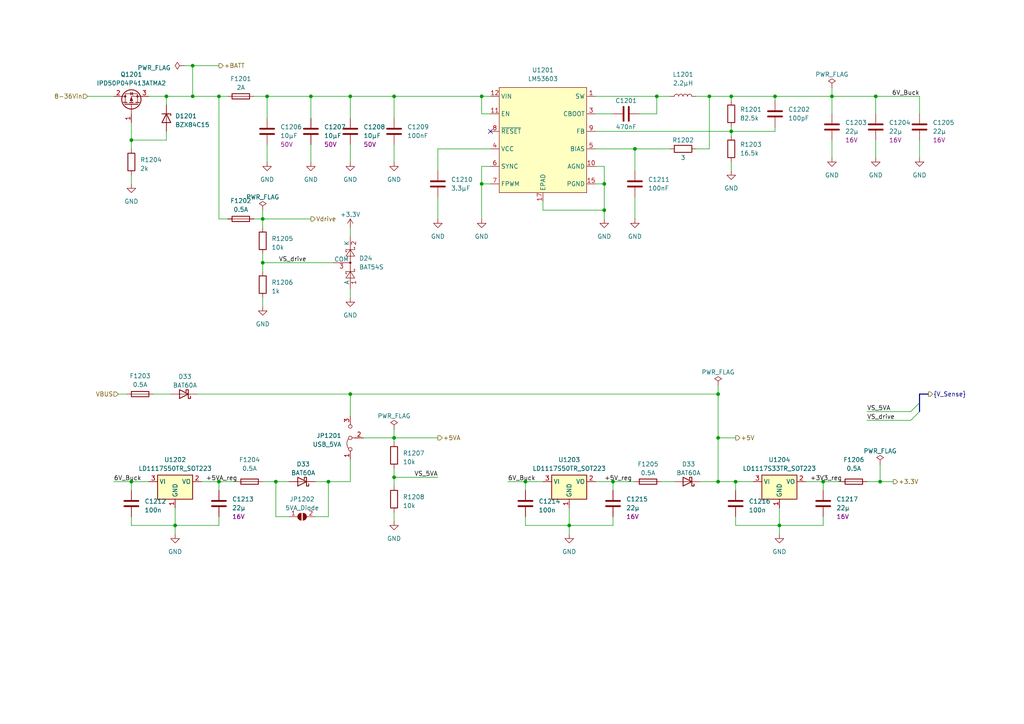
<source format=kicad_sch>
(kicad_sch (version 20230121) (generator eeschema)
  (paper "A4")
  (lib_symbols
    (symbol "Device:C" (pin_numbers hide) (pin_names (offset 0.254))
      (property "Reference" "C" (at 0.635 2.54 0))
      (property "Value" "C" (at 0.635 -2.54 0))
      (symbol "C_0_1"
        (polyline (pts (xy -2.032 -0.762) (xy 2.032 -0.762)) (stroke (width 0.508)))
        (polyline (pts (xy -2.032 0.762) (xy 2.032 0.762)) (stroke (width 0.508)))
      )
      (symbol "C_1_1"
        (pin passive line (at 0 3.81 270) (length 2.794) (name "~") (number "1"))
        (pin passive line (at 0 -3.81 90) (length 2.794) (name "~") (number "2"))
      )
    )
    (symbol "Device:Fuse" (pin_numbers hide) (pin_names (offset 0))
      (property "Reference" "F" (at 2.032 0 90))
      (property "Value" "Fuse" (at -1.905 0 90))
      (symbol "Fuse_0_1"
        (rectangle (start -0.762 -2.54) (end 0.762 2.54) (stroke (width 0.254)))
        (polyline (pts (xy 0 2.54) (xy 0 -2.54)))
      )
      (symbol "Fuse_1_1"
        (pin passive line (at 0 3.81 270) (length 1.27) (name "~") (number "1"))
        (pin passive line (at 0 -3.81 90) (length 1.27) (name "~") (number "2"))
      )
    )
    (symbol "Device:L" (pin_numbers hide) (pin_names (offset 1.016) hide)
      (property "Reference" "L" (at -1.27 0 90))
      (property "Value" "L" (at 1.905 0 90))
      (symbol "L_0_1"
        (arc (start 0 -2.54) (mid 0.6323 -1.905) (end 0 -1.27))
        (arc (start 0 -1.27) (mid 0.6323 -0.635) (end 0 0))
        (arc (start 0 0) (mid 0.6323 0.635) (end 0 1.27))
        (arc (start 0 1.27) (mid 0.6323 1.905) (end 0 2.54))
      )
      (symbol "L_1_1"
        (pin passive line (at 0 3.81 270) (length 1.27) (name "1") (number "1"))
        (pin passive line (at 0 -3.81 90) (length 1.27) (name "2") (number "2"))
      )
    )
    (symbol "Device:Q_PMOS_GDS" (pin_names (offset 0) hide)
      (property "Reference" "Q" (at 5.08 1.27 0))
      (property "Value" "Q_PMOS_GDS" (at 5.08 -1.27 0))
      (symbol "Q_PMOS_GDS_0_1"
        (polyline (pts (xy 0.254 0) (xy -2.54 0)))
        (polyline (pts (xy 0.254 1.905) (xy 0.254 -1.905)) (stroke (width 0.254)))
        (polyline (pts (xy 0.762 -1.27) (xy 0.762 -2.286)) (stroke (width 0.254)))
        (polyline (pts (xy 0.762 0.508) (xy 0.762 -0.508)) (stroke (width 0.254)))
        (polyline (pts (xy 0.762 2.286) (xy 0.762 1.27)) (stroke (width 0.254)))
        (polyline (pts (xy 2.54 2.54) (xy 2.54 1.778)))
        (polyline (pts (xy 2.54 -2.54) (xy 2.54 0) (xy 0.762 0)))
        (polyline (pts (xy 0.762 1.778) (xy 3.302 1.778) (xy 3.302 -1.778) (xy 0.762 -1.778)))
        (polyline (pts (xy 2.286 0) (xy 1.27 0.381) (xy 1.27 -0.381) (xy 2.286 0)) (fill (type outline)))
        (polyline (pts (xy 2.794 -0.508) (xy 2.921 -0.381) (xy 3.683 -0.381) (xy 3.81 -0.254)))
        (polyline (pts (xy 3.302 -0.381) (xy 2.921 0.254) (xy 3.683 0.254) (xy 3.302 -0.381)))
        (circle (center 1.651 0) (radius 2.794) (stroke (width 0.254)))
        (circle (center 2.54 -1.778) (radius 0.254) (fill (type outline)))
        (circle (center 2.54 1.778) (radius 0.254) (fill (type outline)))
      )
      (symbol "Q_PMOS_GDS_1_1"
        (pin input line (at -5.08 0 0) (length 2.54) (name "G") (number "1"))
        (pin passive line (at 2.54 5.08 270) (length 2.54) (name "D") (number "2"))
        (pin passive line (at 2.54 -5.08 90) (length 2.54) (name "S") (number "3"))
      )
    )
    (symbol "Device:R" (pin_numbers hide) (pin_names (offset 0))
      (property "Reference" "R" (at 2.032 0 90))
      (property "Value" "R" (at 0 0 90))
      (symbol "R_0_1"
        (rectangle (start -1.016 -2.54) (end 1.016 2.54) (stroke (width 0.254)))
      )
      (symbol "R_1_1"
        (pin passive line (at 0 3.81 270) (length 1.27) (name "~") (number "1"))
        (pin passive line (at 0 -3.81 90) (length 1.27) (name "~") (number "2"))
      )
    )
    (symbol "Diode:BAT54S" (pin_names (offset 0))
      (property "Reference" "D" (at 2.54 -5.08 0))
      (property "Value" "BAT54S" (at -6.35 3.175 0))
      (symbol "BAT54S_0_1"
        (polyline (pts (xy -3.81 0) (xy -1.27 0)))
        (polyline (pts (xy -3.175 -1.27) (xy -3.175 -1.016)))
        (polyline (pts (xy -2.54 -1.27) (xy -3.175 -1.27)))
        (polyline (pts (xy -2.54 -1.27) (xy -2.54 1.27)))
        (polyline (pts (xy -2.54 1.27) (xy -1.905 1.27)))
        (polyline (pts (xy -1.905 0) (xy 1.905 0)))
        (polyline (pts (xy -1.905 1.27) (xy -1.905 1.016)))
        (polyline (pts (xy 1.27 0) (xy 3.81 0)))
        (polyline (pts (xy 3.175 -1.27) (xy 3.175 -1.016)))
        (polyline (pts (xy 3.81 -1.27) (xy 3.175 -1.27)))
        (polyline (pts (xy 3.81 -1.27) (xy 3.81 1.27)))
        (polyline (pts (xy 3.81 1.27) (xy 4.445 1.27)))
        (polyline (pts (xy 4.445 1.27) (xy 4.445 1.016)))
        (polyline (pts (xy -4.445 1.27) (xy -4.445 -1.27) (xy -2.54 0) (xy -4.445 1.27)))
        (polyline (pts (xy 1.905 1.27) (xy 1.905 -1.27) (xy 3.81 0) (xy 1.905 1.27)))
        (circle (center 0 0) (radius 0.254) (fill (type outline)))
      )
      (symbol "BAT54S_1_1"
        (pin passive line (at -7.62 0 0) (length 3.81) (name "A") (number "1"))
        (pin passive line (at 7.62 0 180) (length 3.81) (name "K") (number "2"))
        (pin passive line (at 0 -5.08 90) (length 5.08) (name "COM") (number "3"))
      )
    )
    (symbol "Diode:BAT60A" (pin_numbers hide) (pin_names (offset 1.016) hide)
      (property "Reference" "D" (at 0 2.54 0))
      (property "Value" "BAT60A" (at 0 -2.54 0))
      (symbol "BAT60A_0_1"
        (polyline (pts (xy 1.27 0) (xy -1.27 0)))
        (polyline (pts (xy 1.27 1.27) (xy 1.27 -1.27) (xy -1.27 0) (xy 1.27 1.27)) (stroke (width 0.254)))
        (polyline (pts (xy -1.905 0.635) (xy -1.905 1.27) (xy -1.27 1.27) (xy -1.27 -1.27) (xy -0.635 -1.27) (xy -0.635 -0.635)) (stroke (width 0.254)))
      )
      (symbol "BAT60A_1_1"
        (pin passive line (at -3.81 0 0) (length 2.54) (name "K") (number "1"))
        (pin passive line (at 3.81 0 180) (length 2.54) (name "A") (number "2"))
      )
    )
    (symbol "Diode:BZX84Cxx" (pin_numbers hide) (pin_names hide)
      (property "Reference" "D" (at 0 3.81 0))
      (property "Value" "BZX84Cxx" (at 0 -3.81 0))
      (symbol "BZX84Cxx_0_1"
        (polyline (pts (xy 1.27 0) (xy -1.27 0)))
        (polyline (pts (xy -1.27 -1.27) (xy -1.27 1.27) (xy -0.762 1.27)) (stroke (width 0.254)))
        (polyline (pts (xy 1.27 -1.27) (xy 1.27 1.27) (xy -1.27 0) (xy 1.27 -1.27)) (stroke (width 0.254)))
      )
      (symbol "BZX84Cxx_1_1"
        (pin passive line (at 3.81 0 180) (length 2.54) (name "A") (number "1"))
        (pin no_connect line (at 1.27 0 180) (length 2.54) hide (name "NC") (number "2"))
        (pin passive line (at -3.81 0 0) (length 2.54) (name "K") (number "3"))
      )
    )
    (symbol "Jumper:Jumper_3_Bridged12" (pin_names (offset 0) hide)
      (property "Reference" "JP" (at -2.54 -2.54 0))
      (property "Value" "Jumper_3_Bridged12" (at 0 2.794 0))
      (symbol "Jumper_3_Bridged12_0_0"
        (circle (center -3.302 0) (radius 0.508))
        (circle (center 0 0) (radius 0.508))
        (circle (center 3.302 0) (radius 0.508))
      )
      (symbol "Jumper_3_Bridged12_0_1"
        (arc (start -0.254 0.508) (mid -1.651 0.9912) (end -3.048 0.508))
        (polyline (pts (xy 0 -1.27) (xy 0 -0.508)))
      )
      (symbol "Jumper_3_Bridged12_1_1"
        (pin passive line (at -6.35 0 0) (length 2.54) (name "A") (number "1"))
        (pin passive line (at 0 -3.81 90) (length 2.54) (name "C") (number "2"))
        (pin passive line (at 6.35 0 180) (length 2.54) (name "B") (number "3"))
      )
    )
    (symbol "Jumper:SolderJumper_2_Open" (pin_names (offset 0) hide)
      (property "Reference" "JP" (at 0 2.032 0))
      (property "Value" "SolderJumper_2_Open" (at 0 -2.54 0))
      (symbol "SolderJumper_2_Open_0_1"
        (arc (start -0.254 1.016) (mid -1.2656 0) (end -0.254 -1.016))
        (arc (start -0.254 1.016) (mid -1.2656 0) (end -0.254 -1.016) (fill (type outline)))
        (polyline (pts (xy -0.254 1.016) (xy -0.254 -1.016)))
        (polyline (pts (xy 0.254 1.016) (xy 0.254 -1.016)))
        (arc (start 0.254 -1.016) (mid 1.2656 0) (end 0.254 1.016))
        (arc (start 0.254 -1.016) (mid 1.2656 0) (end 0.254 1.016) (fill (type outline)))
      )
      (symbol "SolderJumper_2_Open_1_1"
        (pin passive line (at -3.81 0 0) (length 2.54) (name "A") (number "1"))
        (pin passive line (at 3.81 0 180) (length 2.54) (name "B") (number "2"))
      )
    )
    (symbol "Regulator_Linear:LD1117S33TR_SOT223"
      (property "Reference" "U" (at -3.81 3.175 0))
      (property "Value" "LD1117S33TR_SOT223" (at 0 3.175 0))
      (symbol "LD1117S33TR_SOT223_0_1"
        (rectangle (start -5.08 -5.08) (end 5.08 1.905) (stroke (width 0.254)) (fill (type background)))
      )
      (symbol "LD1117S33TR_SOT223_1_1"
        (pin power_in line (at 0 -7.62 90) (length 2.54) (name "GND") (number "1"))
        (pin power_out line (at 7.62 0 180) (length 2.54) (name "VO") (number "2"))
        (pin power_in line (at -7.62 0 0) (length 2.54) (name "VI") (number "3"))
      )
    )
    (symbol "Regulator_Linear:LD1117S50TR_SOT223"
      (property "Reference" "U" (at -3.81 3.175 0))
      (property "Value" "LD1117S50TR_SOT223" (at 0 3.175 0))
      (symbol "LD1117S50TR_SOT223_0_1"
        (rectangle (start -5.08 -5.08) (end 5.08 1.905) (stroke (width 0.254)) (fill (type background)))
      )
      (symbol "LD1117S50TR_SOT223_1_1"
        (pin power_in line (at 0 -7.62 90) (length 2.54) (name "GND") (number "1"))
        (pin power_out line (at 7.62 0 180) (length 2.54) (name "VO") (number "2"))
        (pin power_in line (at -7.62 0 0) (length 2.54) (name "VI") (number "3"))
      )
    )
    (symbol "VCU:LM53603"
      (property "Reference" "U" (at 0 1.27 0))
      (property "Value" "LM53603" (at 0 -1.27 0))
      (symbol "LM53603_0_0"
        (pin unspecified line (at 15.24 12.7 180) (length 2.54) (name "SW") (number "1"))
        (pin power_in line (at 15.24 -7.62 180) (length 2.54) (name "AGND") (number "10"))
        (pin input line (at -15.24 7.62 0) (length 2.54) (name "EN") (number "11"))
        (pin power_in line (at -15.24 12.7 0) (length 2.54) (name "VIN") (number "12"))
        (pin power_in line (at -15.24 12.7 0) (length 2.54) hide (name "VIN") (number "13"))
        (pin no_connect line (at -15.24 10.16 0) (length 2.54) hide (name "N/C") (number "14"))
        (pin power_in line (at 15.24 -12.7 180) (length 2.54) (name "PGND") (number "15"))
        (pin power_in line (at 15.24 -12.7 180) (length 2.54) hide (name "PGND") (number "16"))
        (pin passive line (at 0 -17.78 90) (length 2.54) (name "EPAD") (number "17"))
        (pin unspecified line (at 15.24 12.7 180) (length 2.54) hide (name "SW") (number "2"))
        (pin unspecified line (at 15.24 7.62 180) (length 2.54) (name "CBOOT") (number "3"))
        (pin power_in line (at -15.24 -2.54 0) (length 2.54) (name "VCC") (number "4"))
        (pin unspecified line (at 15.24 -2.54 180) (length 2.54) (name "BIAS") (number "5"))
        (pin input line (at -15.24 -7.62 0) (length 2.54) (name "SYNC") (number "6"))
        (pin input line (at -15.24 -12.7 0) (length 2.54) (name "FPWM") (number "7"))
        (pin output line (at -15.24 2.54 0) (length 2.54) (name "~{RESET}") (number "8"))
        (pin input line (at 15.24 2.54 180) (length 2.54) (name "FB") (number "9"))
      )
      (symbol "LM53603_0_1"
        (rectangle (start -12.7 15.24) (end 12.7 -15.24) (fill (type background)))
      )
    )
    (symbol "power:+3.3V" (power) (pin_names (offset 0))
      (property "Value" "+3.3V" (at 0 3.556 0))
      (symbol "+3.3V_0_1"
        (polyline (pts (xy -0.762 1.27) (xy 0 2.54)))
        (polyline (pts (xy 0 0) (xy 0 2.54)))
        (polyline (pts (xy 0 2.54) (xy 0.762 1.27)))
      )
      (symbol "+3.3V_1_1"
        (pin power_in line (at 0 0 90) (length 0) hide (name "+3.3V") (number "1"))
      )
    )
    (symbol "power:GND" (power) (pin_names (offset 0))
      (property "Value" "GND" (at 0 -3.81 0))
      (symbol "GND_0_1"
        (polyline (pts (xy 0 0) (xy 0 -1.27) (xy 1.27 -1.27) (xy 0 -2.54) (xy -1.27 -1.27) (xy 0 -1.27)))
      )
      (symbol "GND_1_1"
        (pin power_in line (at 0 0 270) (length 0) hide (name "GND") (number "1"))
      )
    )
    (symbol "power:PWR_FLAG" (power) (pin_numbers hide) (pin_names (offset 0) hide)
      (property "Value" "PWR_FLAG" (at 0 3.81 0))
      (symbol "PWR_FLAG_0_0"
        (pin power_out line (at 0 0 90) (length 0) (name "pwr") (number "1"))
      )
      (symbol "PWR_FLAG_0_1"
        (polyline (pts (xy 0 0) (xy 0 1.27) (xy -1.016 1.905) (xy 0 2.54) (xy 1.016 1.905) (xy 0 1.27)))
      )
    )
  )
  (junction (at 226.06 152.4))
  (junction (at 101.6 114.3))
  (junction (at 213.36 139.7))
  (junction (at 212.09 27.94))
  (junction (at 76.2 76.2))
  (junction (at 95.25 139.7))
  (junction (at 38.1 139.7))
  (junction (at 190.5 27.94))
  (junction (at 152.4 139.7))
  (junction (at 208.28 127))
  (junction (at 77.47 27.94))
  (junction (at 208.28 139.7))
  (junction (at 255.27 139.7))
  (junction (at 80.01 139.7))
  (junction (at 238.76 139.7))
  (junction (at 55.88 19.05))
  (junction (at 48.26 27.94))
  (junction (at 177.8 139.7))
  (junction (at 101.6 27.94))
  (junction (at 208.28 114.3))
  (junction (at 139.7 27.94))
  (junction (at 63.5 27.94))
  (junction (at 76.2 63.5))
  (junction (at 241.3 27.94))
  (junction (at 114.3 27.94))
  (junction (at 175.26 53.34))
  (junction (at 165.1 152.4))
  (junction (at 205.74 27.94))
  (junction (at 139.7 53.34))
  (junction (at 184.15 43.18))
  (junction (at 224.79 27.94))
  (junction (at 212.09 38.1))
  (junction (at 114.3 127))
  (junction (at 90.17 27.94))
  (junction (at 50.8 152.4))
  (junction (at 38.1 40.64))
  (junction (at 175.26 60.96))
  (junction (at 254 27.94))
  (junction (at 63.5 139.7))
  (junction (at 55.88 27.94))
  (junction (at 114.3 138.43))
  (no_connect (at 142.24 38.1))
  (bus_entry (at 264.16 121.92) (size 2.54 -2.54))
  (bus_entry (at 264.16 119.38) (size 2.54 -2.54))
  (wire (pts (xy 177.8 139.7) (xy 184.15 139.7)))
  (wire (pts (xy 91.44 139.7) (xy 95.25 139.7)))
  (wire (pts (xy 208.28 111.76) (xy 208.28 114.3)))
  (wire (pts (xy 77.47 27.94) (xy 90.17 27.94)))
  (wire (pts (xy 114.3 128.27) (xy 114.3 127)))
  (wire (pts (xy 63.5 63.5) (xy 66.04 63.5)))
  (wire (pts (xy 90.17 27.94) (xy 90.17 34.29)))
  (wire (pts (xy 114.3 148.59) (xy 114.3 151.13)))
  (wire (pts (xy 76.2 86.36) (xy 76.2 88.9)))
  (wire (pts (xy 83.82 149.86) (xy 80.01 149.86)))
  (wire (pts (xy 48.26 38.1) (xy 48.26 40.64)))
  (wire (pts (xy 139.7 48.26) (xy 139.7 53.34)))
  (wire (pts (xy 241.3 33.02) (xy 241.3 27.94)))
  (wire (pts (xy 139.7 53.34) (xy 142.24 53.34)))
  (wire (pts (xy 175.26 60.96) (xy 175.26 63.5)))
  (wire (pts (xy 172.72 53.34) (xy 175.26 53.34)))
  (wire (pts (xy 38.1 139.7) (xy 43.18 139.7)))
  (wire (pts (xy 205.74 43.18) (xy 201.93 43.18)))
  (wire (pts (xy 165.1 152.4) (xy 177.8 152.4)))
  (wire (pts (xy 76.2 73.66) (xy 76.2 76.2)))
  (wire (pts (xy 76.2 63.5) (xy 76.2 66.04)))
  (wire (pts (xy 63.5 139.7) (xy 58.42 139.7)))
  (wire (pts (xy 114.3 124.46) (xy 114.3 127)))
  (wire (pts (xy 212.09 29.21) (xy 212.09 27.94)))
  (wire (pts (xy 127 57.15) (xy 127 63.5)))
  (wire (pts (xy 152.4 152.4) (xy 165.1 152.4)))
  (wire (pts (xy 226.06 152.4) (xy 238.76 152.4)))
  (wire (pts (xy 254 33.02) (xy 254 27.94)))
  (wire (pts (xy 241.3 27.94) (xy 224.79 27.94)))
  (wire (pts (xy 226.06 152.4) (xy 226.06 154.94)))
  (wire (pts (xy 213.36 152.4) (xy 226.06 152.4)))
  (wire (pts (xy 190.5 33.02) (xy 190.5 27.94)))
  (wire (pts (xy 175.26 53.34) (xy 175.26 60.96)))
  (wire (pts (xy 77.47 41.91) (xy 77.47 46.99)))
  (wire (pts (xy 241.3 40.64) (xy 241.3 45.72)))
  (wire (pts (xy 238.76 139.7) (xy 243.84 139.7)))
  (wire (pts (xy 90.17 27.94) (xy 101.6 27.94)))
  (wire (pts (xy 238.76 139.7) (xy 233.68 139.7)))
  (wire (pts (xy 212.09 36.83) (xy 212.09 38.1)))
  (wire (pts (xy 184.15 43.18) (xy 194.31 43.18)))
  (bus (pts (xy 266.7 116.84) (xy 266.7 114.3)))
  (wire (pts (xy 251.46 139.7) (xy 255.27 139.7)))
  (wire (pts (xy 212.09 46.99) (xy 212.09 49.53)))
  (wire (pts (xy 43.18 27.94) (xy 48.26 27.94)))
  (wire (pts (xy 38.1 142.24) (xy 38.1 139.7)))
  (wire (pts (xy 139.7 33.02) (xy 139.7 27.94)))
  (wire (pts (xy 152.4 142.24) (xy 152.4 139.7)))
  (wire (pts (xy 48.26 40.64) (xy 38.1 40.64)))
  (wire (pts (xy 101.6 114.3) (xy 208.28 114.3)))
  (wire (pts (xy 114.3 27.94) (xy 139.7 27.94)))
  (wire (pts (xy 101.6 139.7) (xy 101.6 133.35)))
  (wire (pts (xy 266.7 33.02) (xy 266.7 27.94)))
  (wire (pts (xy 73.66 27.94) (xy 77.47 27.94)))
  (wire (pts (xy 95.25 139.7) (xy 95.25 149.86)))
  (wire (pts (xy 73.66 63.5) (xy 76.2 63.5)))
  (wire (pts (xy 101.6 66.04) (xy 101.6 68.58)))
  (wire (pts (xy 208.28 139.7) (xy 213.36 139.7)))
  (wire (pts (xy 254 27.94) (xy 241.3 27.94)))
  (wire (pts (xy 38.1 40.64) (xy 38.1 43.18)))
  (wire (pts (xy 238.76 142.24) (xy 238.76 139.7)))
  (wire (pts (xy 184.15 43.18) (xy 172.72 43.18)))
  (wire (pts (xy 50.8 152.4) (xy 63.5 152.4)))
  (wire (pts (xy 38.1 152.4) (xy 50.8 152.4)))
  (wire (pts (xy 101.6 41.91) (xy 101.6 46.99)))
  (wire (pts (xy 48.26 27.94) (xy 48.26 30.48)))
  (wire (pts (xy 152.4 139.7) (xy 157.48 139.7)))
  (wire (pts (xy 95.25 139.7) (xy 101.6 139.7)))
  (wire (pts (xy 139.7 27.94) (xy 142.24 27.94)))
  (wire (pts (xy 152.4 149.86) (xy 152.4 152.4)))
  (wire (pts (xy 55.88 27.94) (xy 63.5 27.94)))
  (wire (pts (xy 127 49.53) (xy 127 43.18)))
  (wire (pts (xy 157.48 60.96) (xy 175.26 60.96)))
  (wire (pts (xy 224.79 36.83) (xy 224.79 38.1)))
  (wire (pts (xy 157.48 58.42) (xy 157.48 60.96)))
  (wire (pts (xy 172.72 33.02) (xy 177.8 33.02)))
  (wire (pts (xy 114.3 138.43) (xy 127 138.43)))
  (wire (pts (xy 38.1 50.8) (xy 38.1 53.34)))
  (wire (pts (xy 254 40.64) (xy 254 45.72)))
  (wire (pts (xy 25.4 27.94) (xy 33.02 27.94)))
  (wire (pts (xy 172.72 38.1) (xy 212.09 38.1)))
  (wire (pts (xy 38.1 149.86) (xy 38.1 152.4)))
  (wire (pts (xy 127 43.18) (xy 142.24 43.18)))
  (wire (pts (xy 63.5 142.24) (xy 63.5 139.7)))
  (wire (pts (xy 177.8 142.24) (xy 177.8 139.7)))
  (wire (pts (xy 208.28 127) (xy 208.28 139.7)))
  (wire (pts (xy 80.01 149.86) (xy 80.01 139.7)))
  (wire (pts (xy 172.72 27.94) (xy 190.5 27.94)))
  (wire (pts (xy 255.27 139.7) (xy 259.08 139.7)))
  (wire (pts (xy 190.5 27.94) (xy 194.31 27.94)))
  (wire (pts (xy 185.42 33.02) (xy 190.5 33.02)))
  (wire (pts (xy 224.79 38.1) (xy 212.09 38.1)))
  (wire (pts (xy 213.36 139.7) (xy 218.44 139.7)))
  (wire (pts (xy 255.27 134.62) (xy 255.27 139.7)))
  (wire (pts (xy 57.15 114.3) (xy 101.6 114.3)))
  (wire (pts (xy 76.2 76.2) (xy 76.2 78.74)))
  (wire (pts (xy 76.2 63.5) (xy 90.17 63.5)))
  (wire (pts (xy 251.46 119.38) (xy 264.16 119.38)))
  (wire (pts (xy 142.24 33.02) (xy 139.7 33.02)))
  (wire (pts (xy 177.8 139.7) (xy 172.72 139.7)))
  (wire (pts (xy 213.36 142.24) (xy 213.36 139.7)))
  (wire (pts (xy 48.26 27.94) (xy 55.88 27.94)))
  (wire (pts (xy 76.2 60.96) (xy 76.2 63.5)))
  (wire (pts (xy 90.17 41.91) (xy 90.17 46.99)))
  (wire (pts (xy 53.34 19.05) (xy 55.88 19.05)))
  (wire (pts (xy 142.24 48.26) (xy 139.7 48.26)))
  (wire (pts (xy 50.8 152.4) (xy 50.8 147.32)))
  (wire (pts (xy 63.5 19.05) (xy 55.88 19.05)))
  (wire (pts (xy 34.29 114.3) (xy 36.83 114.3)))
  (wire (pts (xy 165.1 152.4) (xy 165.1 154.94)))
  (wire (pts (xy 101.6 27.94) (xy 101.6 34.29)))
  (wire (pts (xy 55.88 19.05) (xy 55.88 27.94)))
  (wire (pts (xy 50.8 152.4) (xy 50.8 154.94)))
  (wire (pts (xy 114.3 135.89) (xy 114.3 138.43)))
  (wire (pts (xy 38.1 40.64) (xy 38.1 35.56)))
  (wire (pts (xy 191.77 139.7) (xy 195.58 139.7)))
  (wire (pts (xy 63.5 139.7) (xy 68.58 139.7)))
  (wire (pts (xy 80.01 139.7) (xy 83.82 139.7)))
  (wire (pts (xy 208.28 114.3) (xy 208.28 127)))
  (wire (pts (xy 101.6 114.3) (xy 101.6 120.65)))
  (wire (pts (xy 208.28 127) (xy 213.36 127)))
  (wire (pts (xy 114.3 27.94) (xy 114.3 34.29)))
  (wire (pts (xy 63.5 27.94) (xy 66.04 27.94)))
  (wire (pts (xy 105.41 127) (xy 114.3 127)))
  (wire (pts (xy 203.2 139.7) (xy 208.28 139.7)))
  (wire (pts (xy 212.09 27.94) (xy 224.79 27.94)))
  (bus (pts (xy 266.7 119.38) (xy 266.7 116.84)))
  (wire (pts (xy 241.3 25.4) (xy 241.3 27.94)))
  (wire (pts (xy 172.72 48.26) (xy 175.26 48.26)))
  (wire (pts (xy 91.44 149.86) (xy 95.25 149.86)))
  (wire (pts (xy 212.09 38.1) (xy 212.09 39.37)))
  (wire (pts (xy 165.1 152.4) (xy 165.1 147.32)))
  (wire (pts (xy 205.74 27.94) (xy 205.74 43.18)))
  (wire (pts (xy 114.3 41.91) (xy 114.3 46.99)))
  (wire (pts (xy 139.7 53.34) (xy 139.7 63.5)))
  (wire (pts (xy 184.15 57.15) (xy 184.15 63.5)))
  (wire (pts (xy 201.93 27.94) (xy 205.74 27.94)))
  (wire (pts (xy 184.15 43.18) (xy 184.15 49.53)))
  (wire (pts (xy 76.2 76.2) (xy 96.52 76.2)))
  (bus (pts (xy 266.7 114.3) (xy 269.24 114.3)))
  (wire (pts (xy 114.3 138.43) (xy 114.3 140.97)))
  (wire (pts (xy 114.3 127) (xy 127 127)))
  (wire (pts (xy 266.7 40.64) (xy 266.7 45.72)))
  (wire (pts (xy 147.32 139.7) (xy 152.4 139.7)))
  (wire (pts (xy 77.47 27.94) (xy 77.47 34.29)))
  (wire (pts (xy 101.6 83.82) (xy 101.6 86.36)))
  (wire (pts (xy 33.02 139.7) (xy 38.1 139.7)))
  (wire (pts (xy 213.36 149.86) (xy 213.36 152.4)))
  (wire (pts (xy 224.79 29.21) (xy 224.79 27.94)))
  (wire (pts (xy 226.06 152.4) (xy 226.06 147.32)))
  (wire (pts (xy 212.09 27.94) (xy 205.74 27.94)))
  (wire (pts (xy 63.5 27.94) (xy 63.5 63.5)))
  (wire (pts (xy 63.5 152.4) (xy 63.5 149.86)))
  (wire (pts (xy 76.2 139.7) (xy 80.01 139.7)))
  (wire (pts (xy 264.16 121.92) (xy 251.46 121.92)))
  (wire (pts (xy 177.8 152.4) (xy 177.8 149.86)))
  (wire (pts (xy 101.6 27.94) (xy 114.3 27.94)))
  (wire (pts (xy 238.76 152.4) (xy 238.76 149.86)))
  (wire (pts (xy 44.45 114.3) (xy 49.53 114.3)))
  (wire (pts (xy 175.26 48.26) (xy 175.26 53.34)))
  (wire (pts (xy 254 27.94) (xy 266.7 27.94)))
  (label "VS_5VA" (at 127 138.43 180))
  (label "VS_drive" (at 251.46 121.92 0))
  (label "6V_Buck" (at 266.7 27.94 180))
  (label "+3V3_reg" (at 234.95 139.7 0))
  (label "+5V_reg" (at 175.26 139.7 0))
  (label "VS_drive" (at 88.9 76.2 180))
  (label "VS_5VA" (at 251.46 119.38 0))
  (label "6V_Buck" (at 147.32 139.7 0))
  (label "6V_Buck" (at 33.02 139.7 0))
  (label "+5VA_reg" (at 59.69 139.7 0))
  (hierarchical_label "VBUS" (shape input) (at 34.29 114.3 180))
  (hierarchical_label "{V_Sense}" (shape output) (at 269.24 114.3 0))
  (hierarchical_label "+3.3V" (shape output) (at 259.08 139.7 0))
  (hierarchical_label "Vdrive" (shape output) (at 90.17 63.5 0))
  (hierarchical_label "+5V" (shape output) (at 213.36 127 0))
  (hierarchical_label "8-36Vin" (shape input) (at 25.4 27.94 180))
  (hierarchical_label "+BATT" (shape output) (at 63.5 19.05 0))
  (hierarchical_label "+5VA" (shape output) (at 127 127 0))
  (symbol (lib_id "Device:C") (at 241.3 36.83 0) (unit 1)
    (property "Reference" "C1203" (at 245.11 35.5599 0) (effects (justify left)))
    (property "Value" "22µ" (at 245.11 38.0999 0) (effects (justify left)))
    (property "Voltage" "16V" (at 245.11 40.64 0) (effects (justify left)))
    (instances (project "Sensor_Board" (path "" (reference "C1203") (unit 1))) (project "FT22_VCU_Konzept" (path "" (reference "C29") (unit 1))))
  )
  (symbol (lib_id "power:PWR_FLAG") (at 241.3 25.4 0) (unit 1)
    (property "Reference" "#FLG01202" (effects hide))
    (property "Value" "PWR_FLAG" (at 241.3 21.59 0))
  )
  (symbol (lib_id "Device:C") (at 101.6 38.1 0) (unit 1)
    (property "Reference" "C1208" (at 105.41 36.8299 0) (effects (justify left)))
    (property "Value" "10µF" (at 105.41 39.3699 0) (effects (justify left)))
    (property "Footprint" "Capacitor_SMD:C_1206_3216Metric" (effects hide))
    (property "Voltage" "50V" (at 105.41 41.91 0) (effects (justify left)))
    (instances (project "Sensor_Board" (path "" (reference "C1208") (unit 1))) (project "FT22_VCU_Konzept" (path "" (reference "C27") (unit 1))))
  )
  (symbol (lib_id "Diode:BAT60A") (at 87.63 139.7 180) (unit 1)
    (property "Reference" "D33" (at 87.9475 134.62 0))
    (property "Value" "BAT60A" (at 87.9475 137.16 0))
    (property "Footprint" "Diode_SMD:D_SOD-323" (effects hide))
    (property "Datasheet" "https://www.infineon.com/dgdl/Infineon-BAT60ASERIES-DS-v01_01-en.pdf?fileId=db3a304313d846880113def70c9304a9" (effects hide))
    (instances (project "Sensor_Board" (path "" (reference "D33") (unit 1)) (path "" (reference "D21") (unit 1)) (path "" (reference "D1204") (unit 1))) (project "FT22_VCU_Konzept" (path "" (reference "D33") (unit 1))))
  )
  (symbol (lib_id "power:GND") (at 226.06 154.94 0) (unit 1)
    (property "Reference" "#PWR01220" (effects hide))
    (property "Value" "GND" (at 226.06 160.02 0))
    (instances (project "Sensor_Board" (path "" (reference "#PWR01220") (unit 1))) (project "FT22_VCU_Konzept" (path "" (reference "#PWR088") (unit 1))))
  )
  (symbol (lib_id "Regulator_Linear:LD1117S33TR_SOT223") (at 226.06 139.7 0) (unit 1)
    (property "Reference" "U1204" (at 226.06 133.35 0))
    (property "Value" "LD1117S33TR_SOT223" (at 226.06 135.89 0))
    (property "Footprint" "Package_TO_SOT_SMD:SOT-223-3_TabPin2" (effects hide))
    (property "Datasheet" "http://www.st.com/st-web-ui/static/active/en/resource/technical/document/datasheet/CD00000544.pdf" (effects hide))
    (instances (project "Sensor_Board" (path "" (reference "U1204") (unit 1))) (project "FT22_VCU_Konzept" (path "" (reference "U8") (unit 1))))
  )
  (symbol (lib_id "Jumper:Jumper_3_Bridged12") (at 101.6 127 90) (unit 1)
    (property "Reference" "JP1201" (at 99.06 126.365 90) (effects (justify left)))
    (property "Value" "USB_5VA" (at 99.06 128.905 90) (effects (justify left)))
    (property "Footprint" "Connector_PinHeader_2.54mm:PinHeader_1x03_P2.54mm_Vertical" (effects hide))
  )
  (symbol (lib_id "Diode:BZX84Cxx") (at 48.26 34.29 270) (unit 1)
    (property "Reference" "D1201" (at 50.8 33.655 90) (effects (justify left)))
    (property "Value" "BZX84C15" (at 50.8 36.195 90) (effects (justify left)))
    (property "Footprint" "Package_TO_SOT_SMD:SOT-23" (effects hide))
    (property "Datasheet" "https://diotec.com/tl_files/diotec/files/pdf/datasheets/bzx84c2v4.pdf" (effects hide))
  )
  (symbol (lib_id "Device:R") (at 212.09 33.02 0) (unit 1)
    (property "Reference" "R1201" (at 214.63 31.7499 0) (effects (justify left)))
    (property "Value" "82.5k" (at 214.63 34.2899 0) (effects (justify left)))
    (property "Footprint" "Resistor_SMD:R_0603_1608Metric" (effects hide))
    (instances (project "Sensor_Board" (path "" (reference "R1201") (unit 1))) (project "FT22_VCU_Konzept" (path "" (reference "R21") (unit 1))))
  )
  (symbol (lib_id "Device:C") (at 90.17 38.1 0) (unit 1)
    (property "Reference" "C1207" (at 93.98 36.8299 0) (effects (justify left)))
    (property "Value" "10µF" (at 93.98 39.3699 0) (effects (justify left)))
    (property "Footprint" "Capacitor_SMD:C_1206_3216Metric" (effects hide))
    (property "Voltage" "50V" (at 93.98 41.91 0) (effects (justify left)))
    (instances (project "Sensor_Board" (path "" (reference "C1207") (unit 1))) (project "FT22_VCU_Konzept" (path "" (reference "C27") (unit 1))))
  )
  (symbol (lib_id "Device:R") (at 38.1 46.99 0) (unit 1)
    (property "Reference" "R1204" (at 40.64 46.355 0) (effects (justify left)))
    (property "Value" "2k" (at 40.64 48.895 0) (effects (justify left)))
    (property "Footprint" "Resistor_SMD:R_0603_1608Metric" (effects hide))
    (instances (project "Sensor_Board" (path "" (reference "R1204") (unit 1))) (project "FT22_VCU_Konzept" (path "" (reference "R23") (unit 1))))
  )
  (symbol (lib_id "Device:Fuse") (at 40.64 114.3 270) (unit 1)
    (property "Reference" "F1203" (at 40.64 109.0356 90))
    (property "Value" "0.5A" (at 40.64 111.5756 90))
    (instances (project "Sensor_Board" (path "" (reference "F1203") (unit 1))) (project "FT22_VCU_Konzept" (path "" (reference "F1") (unit 1))))
  )
  (symbol (lib_id "power:GND") (at 266.7 45.72 0) (unit 1)
    (property "Reference" "#PWR01203" (effects hide))
    (property "Value" "GND" (at 266.7 50.8 0))
    (instances (project "Sensor_Board" (path "" (reference "#PWR01203") (unit 1))) (project "FT22_VCU_Konzept" (path "" (reference "#PWR080") (unit 1))))
  )
  (symbol (lib_id "Device:C") (at 224.79 33.02 0) (unit 1)
    (property "Reference" "C1202" (at 228.6 31.7499 0) (effects (justify left)))
    (property "Value" "100pF" (at 228.6 34.2899 0) (effects (justify left)))
    (property "Footprint" "Resistor_SMD:R_0603_1608Metric" (effects hide))
    (instances (project "Sensor_Board" (path "" (reference "C1202") (unit 1))) (project "FT22_VCU_Konzept" (path "" (reference "C26") (unit 1))))
  )
  (symbol (lib_id "Device:Fuse") (at 69.85 27.94 270) (unit 1)
    (property "Reference" "F1201" (at 69.85 22.86 90))
    (property "Value" "2A" (at 69.85 25.4 90))
    (instances (project "Sensor_Board" (path "" (reference "F1201") (unit 1))) (project "FT22_VCU_Konzept" (path "" (reference "F1") (unit 1))))
  )
  (symbol (lib_id "Device:R") (at 76.2 69.85 0) (unit 1)
    (property "Reference" "R1205" (at 78.74 69.215 0) (effects (justify left)))
    (property "Value" "10k" (at 78.74 71.755 0) (effects (justify left)))
    (property "Footprint" "Resistor_SMD:R_0603_1608Metric" (effects hide))
    (instances (project "Sensor_Board" (path "" (reference "R1205") (unit 1))) (project "FT22_VCU_Konzept" (path "" (reference "R21") (unit 1))))
  )
  (symbol (lib_id "power:GND") (at 114.3 151.13 0) (unit 1)
    (property "Reference" "#PWR01217" (effects hide))
    (property "Value" "GND" (at 114.3 156.21 0))
    (instances (project "Sensor_Board" (path "" (reference "#PWR01217") (unit 1))) (project "FT22_VCU_Konzept" (path "" (reference "#PWR081") (unit 1))))
  )
  (symbol (lib_id "Device:R") (at 212.09 43.18 0) (unit 1)
    (property "Reference" "R1203" (at 214.63 41.9099 0) (effects (justify left)))
    (property "Value" "16.5k" (at 214.63 44.4499 0) (effects (justify left)))
    (property "Footprint" "Resistor_SMD:R_0603_1608Metric" (effects hide))
    (instances (project "Sensor_Board" (path "" (reference "R1203") (unit 1))) (project "FT22_VCU_Konzept" (path "" (reference "R23") (unit 1))))
  )
  (symbol (lib_id "Device:C") (at 177.8 146.05 0) (unit 1)
    (property "Reference" "C1215" (at 181.61 144.7799 0) (effects (justify left)))
    (property "Value" "22µ" (at 181.61 147.3199 0) (effects (justify left)))
    (property "Voltage" "16V" (at 181.61 149.86 0) (effects (justify left)))
    (instances (project "Sensor_Board" (path "" (reference "C1215") (unit 1))) (project "FT22_VCU_Konzept" (path "" (reference "C37") (unit 1))))
  )
  (symbol (lib_id "Regulator_Linear:LD1117S50TR_SOT223") (at 165.1 139.7 0) (unit 1)
    (property "Reference" "U1203" (at 165.1 133.35 0))
    (property "Value" "LD1117S50TR_SOT223" (at 165.1 135.89 0))
    (property "Footprint" "Package_TO_SOT_SMD:SOT-223-3_TabPin2" (effects hide))
    (property "Datasheet" "http://www.st.com/st-web-ui/static/active/en/resource/technical/document/datasheet/CD00000544.pdf" (effects hide))
    (instances (project "Sensor_Board" (path "" (reference "U1203") (unit 1))) (project "FT22_VCU_Konzept" (path "" (reference "U7") (unit 1))))
  )
  (symbol (lib_id "power:PWR_FLAG") (at 255.27 134.62 0) (unit 1)
    (property "Reference" "#FLG01206" (effects hide))
    (property "Value" "PWR_FLAG" (at 255.27 130.81 0))
  )
  (symbol (lib_id "Device:R") (at 114.3 132.08 0) (unit 1)
    (property "Reference" "R1207" (at 116.84 131.445 0) (effects (justify left)))
    (property "Value" "10k" (at 116.84 133.985 0) (effects (justify left)))
    (property "Footprint" "Resistor_SMD:R_0603_1608Metric" (effects hide))
    (instances (project "Sensor_Board" (path "" (reference "R1207") (unit 1))) (project "FT22_VCU_Konzept" (path "" (reference "R21") (unit 1))))
  )
  (symbol (lib_id "Device:C") (at 184.15 53.34 0) (unit 1)
    (property "Reference" "C1211" (at 187.96 52.0699 0) (effects (justify left)))
    (property "Value" "100nF" (at 187.96 54.6099 0) (effects (justify left)))
    (property "Footprint" "Resistor_SMD:R_0603_1608Metric" (effects hide))
    (instances (project "Sensor_Board" (path "" (reference "C1211") (unit 1))) (project "FT22_VCU_Konzept" (path "" (reference "C33") (unit 1))))
  )
  (symbol (lib_id "power:PWR_FLAG") (at 208.28 111.76 0) (unit 1)
    (property "Reference" "#FLG01204" (effects hide))
    (property "Value" "PWR_FLAG" (at 208.28 107.95 0))
  )
  (symbol (lib_id "Device:C") (at 63.5 146.05 0) (unit 1)
    (property "Reference" "C1213" (at 67.31 144.7799 0) (effects (justify left)))
    (property "Value" "22µ" (at 67.31 147.3199 0) (effects (justify left)))
    (property "Voltage" "16V" (at 67.31 149.86 0) (effects (justify left)))
    (instances (project "Sensor_Board" (path "" (reference "C1213") (unit 1))) (project "FT22_VCU_Konzept" (path "" (reference "C35") (unit 1))))
  )
  (symbol (lib_id "Device:C") (at 238.76 146.05 0) (unit 1)
    (property "Reference" "C1217" (at 242.57 144.7799 0) (effects (justify left)))
    (property "Value" "22µ" (at 242.57 147.3199 0) (effects (justify left)))
    (property "Voltage" "16V" (at 242.57 149.86 0) (effects (justify left)))
    (instances (project "Sensor_Board" (path "" (reference "C1217") (unit 1))) (project "FT22_VCU_Konzept" (path "" (reference "C39") (unit 1))))
  )
  (symbol (lib_id "power:PWR_FLAG") (at 53.34 19.05 90) (unit 1)
    (property "Reference" "#FLG01201" (effects hide))
    (property "Value" "PWR_FLAG" (at 49.53 19.685 90) (effects (justify left)))
  )
  (symbol (lib_id "power:GND") (at 50.8 154.94 0) (unit 1)
    (property "Reference" "#PWR01218" (effects hide))
    (property "Value" "GND" (at 50.8 160.02 0))
    (instances (project "Sensor_Board" (path "" (reference "#PWR01218") (unit 1))) (project "FT22_VCU_Konzept" (path "" (reference "#PWR086") (unit 1))))
  )
  (symbol (lib_id "Regulator_Linear:LD1117S50TR_SOT223") (at 50.8 139.7 0) (unit 1)
    (property "Reference" "U1202" (at 50.8 133.35 0))
    (property "Value" "LD1117S50TR_SOT223" (at 50.8 135.89 0))
    (property "Footprint" "Package_TO_SOT_SMD:SOT-223-3_TabPin2" (effects hide))
    (property "Datasheet" "http://www.st.com/st-web-ui/static/active/en/resource/technical/document/datasheet/CD00000544.pdf" (effects hide))
    (instances (project "Sensor_Board" (path "" (reference "U1202") (unit 1))) (project "FT22_VCU_Konzept" (path "" (reference "U6") (unit 1))))
  )
  (symbol (lib_id "Device:C") (at 38.1 146.05 0) (unit 1)
    (property "Reference" "C1212" (at 41.91 145.415 0) (effects (justify left)))
    (property "Value" "100n" (at 41.91 147.955 0) (effects (justify left)))
    (property "Footprint" "Capacitor_SMD:C_0603_1608Metric" (effects hide))
    (instances (project "Sensor_Board" (path "" (reference "C1212") (unit 1))) (project "FT22_VCU_Konzept" (path "" (reference "C34") (unit 1))))
  )
  (symbol (lib_id "power:PWR_FLAG") (at 76.2 60.96 0) (unit 1)
    (property "Reference" "#FLG01203" (effects hide))
    (property "Value" "PWR_FLAG" (at 76.2 57.15 0))
  )
  (symbol (lib_id "power:GND") (at 175.26 63.5 0) (unit 1)
    (property "Reference" "#PWR01212" (effects hide))
    (property "Value" "GND" (at 175.26 68.58 0))
    (instances (project "Sensor_Board" (path "" (reference "#PWR01212") (unit 1))) (project "FT22_VCU_Konzept" (path "" (reference "#PWR084") (unit 1))))
  )
  (symbol (lib_id "Device:R") (at 198.12 43.18 90) (unit 1)
    (property "Reference" "R1202" (at 198.12 40.64 90))
    (property "Value" "3" (at 198.12 45.72 90))
    (instances (project "Sensor_Board" (path "" (reference "R1202") (unit 1))) (project "FT22_VCU_Konzept" (path "" (reference "R22") (unit 1))))
  )
  (symbol (lib_id "Diode:BAT54S") (at 101.6 76.2 270) (mirror x) (unit 1)
    (property "Reference" "D24" (at 104.14 74.9299 90) (effects (justify left)))
    (property "Value" "BAT54S" (at 104.14 77.4699 90) (effects (justify left)))
    (property "Footprint" "Package_TO_SOT_SMD:SOT-23" (effects hide))
    (property "Datasheet" "https://www.diodes.com/assets/Datasheets/ds11005.pdf" (effects hide))
    (instances (project "Sensor_Board" (path "" (reference "D24") (unit 1)) (path "" (reference "D1202") (unit 1))) (project "FT22_VCU_Konzept" (path "" (reference "D24") (unit 1))))
  )
  (symbol (lib_id "power:GND") (at 76.2 88.9 0) (unit 1)
    (property "Reference" "#PWR01216" (effects hide))
    (property "Value" "GND" (at 76.2 93.98 0))
    (instances (project "Sensor_Board" (path "" (reference "#PWR01216") (unit 1))) (project "FT22_VCU_Konzept" (path "" (reference "#PWR081") (unit 1))))
  )
  (symbol (lib_id "power:GND") (at 254 45.72 0) (unit 1)
    (property "Reference" "#PWR01202" (effects hide))
    (property "Value" "GND" (at 254 50.8 0))
    (instances (project "Sensor_Board" (path "" (reference "#PWR01202") (unit 1))) (project "FT22_VCU_Konzept" (path "" (reference "#PWR079") (unit 1))))
  )
  (symbol (lib_id "power:GND") (at 184.15 63.5 0) (unit 1)
    (property "Reference" "#PWR01213" (effects hide))
    (property "Value" "GND" (at 184.15 68.58 0))
    (instances (project "Sensor_Board" (path "" (reference "#PWR01213") (unit 1))) (project "FT22_VCU_Konzept" (path "" (reference "#PWR085") (unit 1))))
  )
  (symbol (lib_id "Device:C") (at 152.4 146.05 0) (unit 1)
    (property "Reference" "C1214" (at 156.21 145.415 0) (effects (justify left)))
    (property "Value" "100n" (at 156.21 147.955 0) (effects (justify left)))
    (property "Footprint" "Capacitor_SMD:C_0603_1608Metric" (effects hide))
    (instances (project "Sensor_Board" (path "" (reference "C1214") (unit 1))) (project "FT22_VCU_Konzept" (path "" (reference "C36") (unit 1))))
  )
  (symbol (lib_id "VCU:LM53603") (at 157.48 40.64 0) (unit 1)
    (property "Reference" "U1201" (at 157.48 20.32 0))
    (property "Value" "LM53603" (at 157.48 22.86 0))
    (property "Footprint" "Package_SO:HTSSOP-16-1EP_4.4x5mm_P0.65mm_EP3.4x5mm_Mask2.46x2.31mm" (effects hide))
    (instances (project "Sensor_Board" (path "" (reference "U1201") (unit 1))) (project "FT22_VCU_Konzept" (path "" (reference "U5") (unit 1))))
  )
  (symbol (lib_id "power:GND") (at 90.17 46.99 0) (unit 1)
    (property "Reference" "#PWR01205" (effects hide))
    (property "Value" "GND" (at 90.17 52.07 0))
    (instances (project "Sensor_Board" (path "" (reference "#PWR01205") (unit 1))) (project "FT22_VCU_Konzept" (path "" (reference "#PWR082") (unit 1))))
  )
  (symbol (lib_id "Device:Fuse") (at 69.85 63.5 270) (unit 1)
    (property "Reference" "F1202" (at 69.85 58.2356 90))
    (property "Value" "0.5A" (at 69.85 60.7756 90))
    (instances (project "Sensor_Board" (path "" (reference "F1202") (unit 1))) (project "FT22_VCU_Konzept" (path "" (reference "F1") (unit 1))))
  )
  (symbol (lib_id "power:GND") (at 241.3 45.72 0) (unit 1)
    (property "Reference" "#PWR01201" (effects hide))
    (property "Value" "GND" (at 241.3 50.8 0))
    (instances (project "Sensor_Board" (path "" (reference "#PWR01201") (unit 1))) (project "FT22_VCU_Konzept" (path "" (reference "#PWR078") (unit 1))))
  )
  (symbol (lib_id "power:GND") (at 114.3 46.99 0) (unit 1)
    (property "Reference" "#PWR01207" (effects hide))
    (property "Value" "GND" (at 114.3 52.07 0))
    (instances (project "Sensor_Board" (path "" (reference "#PWR01207") (unit 1))) (project "FT22_VCU_Konzept" (path "" (reference "#PWR082") (unit 1))))
  )
  (symbol (lib_id "power:GND") (at 101.6 86.36 0) (unit 1)
    (property "Reference" "#PWR01215" (effects hide))
    (property "Value" "GND" (at 101.6 91.44 0))
    (instances (project "Sensor_Board" (path "" (reference "#PWR01215") (unit 1))) (project "FT22_VCU_Konzept" (path "" (reference "#PWR082") (unit 1))))
  )
  (symbol (lib_id "Device:R") (at 76.2 82.55 0) (unit 1)
    (property "Reference" "R1206" (at 78.74 81.915 0) (effects (justify left)))
    (property "Value" "1k" (at 78.74 84.455 0) (effects (justify left)))
    (property "Footprint" "Resistor_SMD:R_0603_1608Metric" (effects hide))
    (instances (project "Sensor_Board" (path "" (reference "R1206") (unit 1))) (project "FT22_VCU_Konzept" (path "" (reference "R23") (unit 1))))
  )
  (symbol (lib_id "Device:C") (at 254 36.83 0) (unit 1)
    (property "Reference" "C1204" (at 257.81 35.5599 0) (effects (justify left)))
    (property "Value" "22µ" (at 257.81 38.0999 0) (effects (justify left)))
    (property "Voltage" "16V" (at 257.81 40.64 0) (effects (justify left)))
    (instances (project "Sensor_Board" (path "" (reference "C1204") (unit 1))) (project "FT22_VCU_Konzept" (path "" (reference "C30") (unit 1))))
  )
  (symbol (lib_id "power:GND") (at 165.1 154.94 0) (unit 1)
    (property "Reference" "#PWR01219" (effects hide))
    (property "Value" "GND" (at 165.1 160.02 0))
    (instances (project "Sensor_Board" (path "" (reference "#PWR01219") (unit 1))) (project "FT22_VCU_Konzept" (path "" (reference "#PWR087") (unit 1))))
  )
  (symbol (lib_id "Device:C") (at 127 53.34 0) (unit 1)
    (property "Reference" "C1210" (at 130.81 52.0699 0) (effects (justify left)))
    (property "Value" "3.3µF" (at 130.81 54.6099 0) (effects (justify left)))
    (instances (project "Sensor_Board" (path "" (reference "C1210") (unit 1))) (project "FT22_VCU_Konzept" (path "" (reference "C32") (unit 1))))
  )
  (symbol (lib_id "power:GND") (at 139.7 63.5 0) (unit 1)
    (property "Reference" "#PWR01211" (effects hide))
    (property "Value" "GND" (at 139.7 68.58 0))
    (instances (project "Sensor_Board" (path "" (reference "#PWR01211") (unit 1))) (project "FT22_VCU_Konzept" (path "" (reference "#PWR083") (unit 1))))
  )
  (symbol (lib_id "Device:C") (at 213.36 146.05 0) (unit 1)
    (property "Reference" "C1216" (at 217.17 145.415 0) (effects (justify left)))
    (property "Value" "100n" (at 217.17 147.955 0) (effects (justify left)))
    (property "Footprint" "Capacitor_SMD:C_0603_1608Metric" (effects hide))
    (instances (project "Sensor_Board" (path "" (reference "C1216") (unit 1))) (project "FT22_VCU_Konzept" (path "" (reference "C38") (unit 1))))
  )
  (symbol (lib_id "power:GND") (at 101.6 46.99 0) (unit 1)
    (property "Reference" "#PWR01206" (effects hide))
    (property "Value" "GND" (at 101.6 52.07 0))
    (instances (project "Sensor_Board" (path "" (reference "#PWR01206") (unit 1))) (project "FT22_VCU_Konzept" (path "" (reference "#PWR082") (unit 1))))
  )
  (symbol (lib_id "Device:L") (at 198.12 27.94 90) (unit 1)
    (property "Reference" "L1201" (at 198.12 21.59 90))
    (property "Value" "2.2µH" (at 198.12 24.13 90))
    (instances (project "Sensor_Board" (path "" (reference "L1201") (unit 1))) (project "FT22_VCU_Konzept" (path "" (reference "L1") (unit 1))))
  )
  (symbol (lib_id "power:GND") (at 38.1 53.34 0) (unit 1)
    (property "Reference" "#PWR01209" (effects hide))
    (property "Value" "GND" (at 38.1 58.42 0))
    (instances (project "Sensor_Board" (path "" (reference "#PWR01209") (unit 1))) (project "FT22_VCU_Konzept" (path "" (reference "#PWR082") (unit 1))))
  )
  (symbol (lib_id "Device:Fuse") (at 247.65 139.7 90) (unit 1)
    (property "Reference" "F1206" (at 247.65 133.35 90))
    (property "Value" "0.5A" (at 247.65 135.89 90))
    (instances (project "Sensor_Board" (path "" (reference "F1206") (unit 1))) (project "FT22_VCU_Konzept" (path "" (reference "F3") (unit 1))))
  )
  (symbol (lib_id "Device:Fuse") (at 187.96 139.7 270) (unit 1)
    (property "Reference" "F1205" (at 187.96 134.62 90))
    (property "Value" "0.5A" (at 187.96 137.16 90))
    (instances (project "Sensor_Board" (path "" (reference "F1205") (unit 1))) (project "FT22_VCU_Konzept" (path "" (reference "F1") (unit 1))))
  )
  (symbol (lib_id "Diode:BAT60A") (at 199.39 139.7 180) (unit 1)
    (property "Reference" "D33" (at 199.7075 134.62 0))
    (property "Value" "BAT60A" (at 199.7075 137.16 0))
    (property "Footprint" "Diode_SMD:D_SOD-323" (effects hide))
    (property "Datasheet" "https://www.infineon.com/dgdl/Infineon-BAT60ASERIES-DS-v01_01-en.pdf?fileId=db3a304313d846880113def70c9304a9" (effects hide))
    (instances (project "Sensor_Board" (path "" (reference "D33") (unit 1)) (path "" (reference "D21") (unit 1)) (path "" (reference "D1205") (unit 1))) (project "FT22_VCU_Konzept" (path "" (reference "D33") (unit 1))))
  )
  (symbol (lib_id "Device:Fuse") (at 72.39 139.7 90) (unit 1)
    (property "Reference" "F1204" (at 72.39 133.35 90))
    (property "Value" "0.5A" (at 72.39 135.89 90))
    (instances (project "Sensor_Board" (path "" (reference "F1204") (unit 1))) (project "FT22_VCU_Konzept" (path "" (reference "F2") (unit 1))))
  )
  (symbol (lib_id "Device:Q_PMOS_GDS") (at 38.1 30.48 90) (unit 1)
    (property "Reference" "Q1201" (at 38.1 21.59 90))
    (property "Value" "IPD50P04P413ATMA2" (at 38.1 24.13 90))
    (property "Footprint" "Package_TO_SOT_SMD:TO-252-2" (effects hide))
  )
  (symbol (lib_id "power:+3.3V") (at 101.6 66.04 0) (unit 1)
    (property "Reference" "#PWR01214" (effects hide))
    (property "Value" "+3.3V" (at 101.6 62.23 0))
  )
  (symbol (lib_id "Diode:BAT60A") (at 53.34 114.3 180) (unit 1)
    (property "Reference" "D33" (at 53.6575 109.22 0))
    (property "Value" "BAT60A" (at 53.6575 111.76 0))
    (property "Footprint" "Diode_SMD:D_SOD-323" (effects hide))
    (property "Datasheet" "https://www.infineon.com/dgdl/Infineon-BAT60ASERIES-DS-v01_01-en.pdf?fileId=db3a304313d846880113def70c9304a9" (effects hide))
    (instances (project "Sensor_Board" (path "" (reference "D33") (unit 1)) (path "" (reference "D21") (unit 1)) (path "" (reference "D1203") (unit 1))) (project "FT22_VCU_Konzept" (path "" (reference "D33") (unit 1))))
  )
  (symbol (lib_id "power:GND") (at 212.09 49.53 0) (unit 1)
    (property "Reference" "#PWR01208" (effects hide))
    (property "Value" "GND" (at 212.09 54.61 0))
    (instances (project "Sensor_Board" (path "" (reference "#PWR01208") (unit 1))) (project "FT22_VCU_Konzept" (path "" (reference "#PWR081") (unit 1))))
  )
  (symbol (lib_id "Device:C") (at 266.7 36.83 0) (unit 1)
    (property "Reference" "C1205" (at 270.51 35.5599 0) (effects (justify left)))
    (property "Value" "22µ" (at 270.51 38.0999 0) (effects (justify left)))
    (property "Voltage" "16V" (at 270.51 40.64 0) (effects (justify left)))
    (instances (project "Sensor_Board" (path "" (reference "C1205") (unit 1))) (project "FT22_VCU_Konzept" (path "" (reference "C31") (unit 1))))
  )
  (symbol (lib_id "power:GND") (at 127 63.5 0) (unit 1)
    (property "Reference" "#PWR01210" (effects hide))
    (property "Value" "GND" (at 127 68.58 0))
    (instances (project "Sensor_Board" (path "" (reference "#PWR01210") (unit 1))) (project "FT22_VCU_Konzept" (path "" (reference "#PWR082") (unit 1))))
  )
  (symbol (lib_id "power:GND") (at 77.47 46.99 0) (unit 1)
    (property "Reference" "#PWR01204" (effects hide))
    (property "Value" "GND" (at 77.47 52.07 0))
    (instances (project "Sensor_Board" (path "" (reference "#PWR01204") (unit 1))) (project "FT22_VCU_Konzept" (path "" (reference "#PWR082") (unit 1))))
  )
  (symbol (lib_id "Device:C") (at 77.47 38.1 0) (unit 1)
    (property "Reference" "C1206" (at 81.28 36.8299 0) (effects (justify left)))
    (property "Value" "10µF" (at 81.28 39.3699 0) (effects (justify left)))
    (property "Footprint" "Capacitor_SMD:C_1206_3216Metric" (effects hide))
    (property "Voltage" "50V" (at 81.28 41.91 0) (effects (justify left)))
    (instances (project "Sensor_Board" (path "" (reference "C1206") (unit 1))) (project "FT22_VCU_Konzept" (path "" (reference "C27") (unit 1))))
  )
  (symbol (lib_id "Device:C") (at 114.3 38.1 0) (unit 1)
    (property "Reference" "C1209" (at 118.11 36.8299 0) (effects (justify left)))
    (property "Value" "100nF" (at 118.11 39.3699 0) (effects (justify left)))
    (property "Footprint" "Resistor_SMD:R_0603_1608Metric" (effects hide))
    (instances (project "Sensor_Board" (path "" (reference "C1209") (unit 1))) (project "FT22_VCU_Konzept" (path "" (reference "C28") (unit 1))))
  )
  (symbol (lib_id "power:PWR_FLAG") (at 114.3 124.46 0) (unit 1)
    (property "Reference" "#FLG01205" (effects hide))
    (property "Value" "PWR_FLAG" (at 114.3 120.65 0))
  )
  (symbol (lib_id "Device:R") (at 114.3 144.78 0) (unit 1)
    (property "Reference" "R1208" (at 116.84 144.145 0) (effects (justify left)))
    (property "Value" "10k" (at 116.84 146.685 0) (effects (justify left)))
    (property "Footprint" "Resistor_SMD:R_0603_1608Metric" (effects hide))
    (instances (project "Sensor_Board" (path "" (reference "R1208") (unit 1))) (project "FT22_VCU_Konzept" (path "" (reference "R23") (unit 1))))
  )
  (symbol (lib_id "Jumper:SolderJumper_2_Open") (at 87.63 149.86 0) (unit 1)
    (property "Reference" "JP1202" (at 87.63 144.78 0))
    (property "Value" "5VA_Diode" (at 87.63 147.32 0))
    (property "Footprint" "Jumper:SolderJumper-2_P1.3mm_Open_Pad1.0x1.5mm" (effects hide))
  )
  (symbol (lib_id "Device:C") (at 181.61 33.02 90) (unit 1)
    (property "Reference" "C1201" (at 181.61 29.21 90))
    (property "Value" "470nF" (at 181.61 36.83 90))
    (instances (project "Sensor_Board" (path "" (reference "C1201") (unit 1))) (project "FT22_VCU_Konzept" (path "" (reference "C25") (unit 1))))
  )
)
</source>
